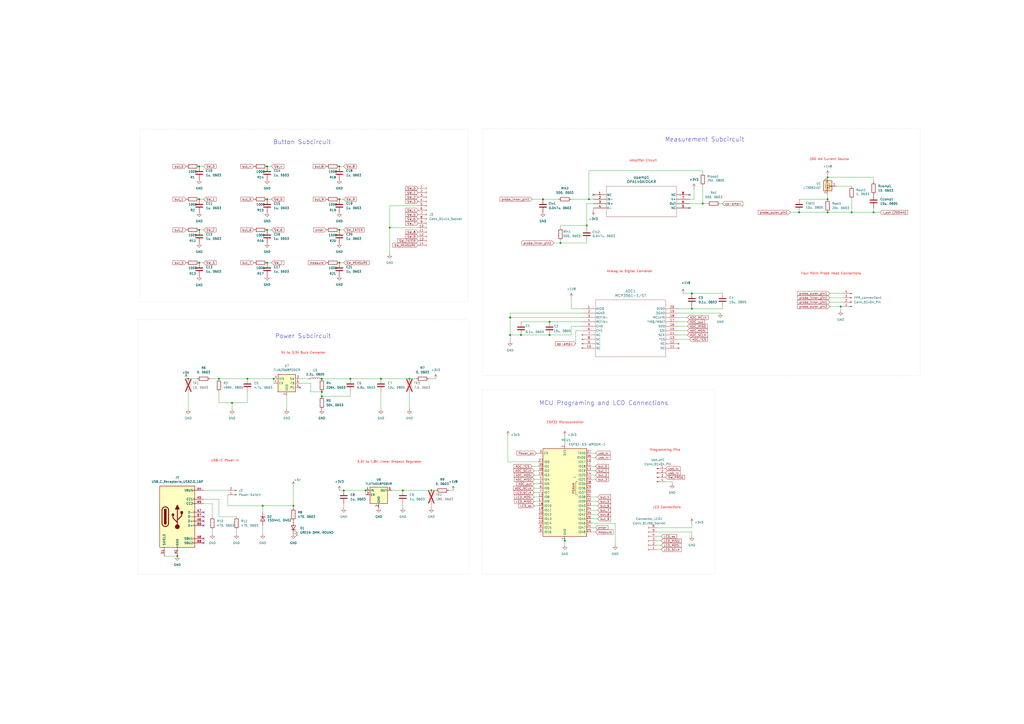
<source format=kicad_sch>
(kicad_sch (version 20231120) (generator "eeschema") (generator_version "8.0")
  (paper "A2")
  (lib_symbols
    (symbol "Connector:Conn_01x02_Pin" (pin_names (offset 1.016) hide)
      (property "Reference" "J" (at 0 2.54 0))
      (property "Value" "Conn_01x02_Pin" (at 0 -5.08 0))
      (symbol "Conn_01x02_Pin_1_1"
        (pin passive line (at 5.08 0 180) (length 3.81) (name "Pin_1") (number "1"))
        (pin passive line (at 5.08 -2.54 180) (length 3.81) (name "Pin_2") (number "2"))
      )
    )
    (symbol "Connector:Conn_01x04_Pin" (pin_names (offset 1.016) hide)
      (property "Reference" "J" (at 0 5.08 0))
      (property "Value" "Conn_01x04_Pin" (at 0 -7.62 0))
      (symbol "Conn_01x04_Pin_1_1"
        (pin passive line (at 5.08 2.54 180) (length 3.81) (name "Pin_1") (number "1"))
        (pin passive line (at 5.08 0 180) (length 3.81) (name "Pin_2") (number "2"))
        (pin passive line (at 5.08 -2.54 180) (length 3.81) (name "Pin_3") (number "3"))
        (pin passive line (at 5.08 -5.08 180) (length 3.81) (name "Pin_4") (number "4"))
      )
    )
    (symbol "Connector:Conn_01x06_Socket" (pin_names (offset 1.016) hide)
      (property "Reference" "J" (at 0 7.62 0))
      (property "Value" "Conn_01x06_Socket" (at 0 -10.16 0))
      (symbol "Conn_01x06_Socket_1_1"
        (pin passive line (at -5.08 5.08 0) (length 3.81) (name "Pin_1") (number "1"))
        (pin passive line (at -5.08 2.54 0) (length 3.81) (name "Pin_2") (number "2"))
        (pin passive line (at -5.08 0 0) (length 3.81) (name "Pin_3") (number "3"))
        (pin passive line (at -5.08 -2.54 0) (length 3.81) (name "Pin_4") (number "4"))
        (pin passive line (at -5.08 -5.08 0) (length 3.81) (name "Pin_5") (number "5"))
        (pin passive line (at -5.08 -7.62 0) (length 3.81) (name "Pin_6") (number "6"))
      )
    )
    (symbol "Connector:Conn_01x14_Socket" (pin_names (offset 1.016) hide)
      (property "Reference" "J" (at 0 17.78 0))
      (property "Value" "Conn_01x14_Socket" (at 0 -20.32 0))
      (symbol "Conn_01x14_Socket_1_1"
        (pin passive line (at -5.08 15.24 0) (length 3.81) (name "Pin_1") (number "1"))
        (pin passive line (at -5.08 -7.62 0) (length 3.81) (name "Pin_10") (number "10"))
        (pin passive line (at -5.08 -10.16 0) (length 3.81) (name "Pin_11") (number "11"))
        (pin passive line (at -5.08 -12.7 0) (length 3.81) (name "Pin_12") (number "12"))
        (pin passive line (at -5.08 -15.24 0) (length 3.81) (name "Pin_13") (number "13"))
        (pin passive line (at -5.08 -17.78 0) (length 3.81) (name "Pin_14") (number "14"))
        (pin passive line (at -5.08 12.7 0) (length 3.81) (name "Pin_2") (number "2"))
        (pin passive line (at -5.08 10.16 0) (length 3.81) (name "Pin_3") (number "3"))
        (pin passive line (at -5.08 7.62 0) (length 3.81) (name "Pin_4") (number "4"))
        (pin passive line (at -5.08 5.08 0) (length 3.81) (name "Pin_5") (number "5"))
        (pin passive line (at -5.08 2.54 0) (length 3.81) (name "Pin_6") (number "6"))
        (pin passive line (at -5.08 0 0) (length 3.81) (name "Pin_7") (number "7"))
        (pin passive line (at -5.08 -2.54 0) (length 3.81) (name "Pin_8") (number "8"))
        (pin passive line (at -5.08 -5.08 0) (length 3.81) (name "Pin_9") (number "9"))
      )
    )
    (symbol "Connector:USB_C_Receptacle_USB2.0_16P" (pin_names (offset 1.016))
      (property "Reference" "J" (at 0 22.225 0))
      (property "Value" "USB_C_Receptacle_USB2.0_16P" (at 0 19.685 0))
      (symbol "USB_C_Receptacle_USB2.0_16P_1_1"
        (pin passive line (at 0 -22.86 90) (length 5.08) (name "GND") (number "A1"))
        (pin passive line (at 0 -22.86 90) (length 5.08) hide (name "GND") (number "A12"))
        (pin passive line (at 15.24 15.24 180) (length 5.08) (name "VBUS") (number "A4"))
        (pin bidirectional line (at 15.24 10.16 180) (length 5.08) (name "CC1") (number "A5"))
        (pin bidirectional line (at 15.24 -2.54 180) (length 5.08) (name "D+") (number "A6"))
        (pin bidirectional line (at 15.24 2.54 180) (length 5.08) (name "D-") (number "A7"))
        (pin bidirectional line (at 15.24 -12.7 180) (length 5.08) (name "SBU1") (number "A8"))
        (pin passive line (at 15.24 15.24 180) (length 5.08) hide (name "VBUS") (number "A9"))
        (pin passive line (at 0 -22.86 90) (length 5.08) hide (name "GND") (number "B1"))
        (pin passive line (at 0 -22.86 90) (length 5.08) hide (name "GND") (number "B12"))
        (pin passive line (at 15.24 15.24 180) (length 5.08) hide (name "VBUS") (number "B4"))
        (pin bidirectional line (at 15.24 7.62 180) (length 5.08) (name "CC2") (number "B5"))
        (pin bidirectional line (at 15.24 -5.08 180) (length 5.08) (name "D+") (number "B6"))
        (pin bidirectional line (at 15.24 0 180) (length 5.08) (name "D-") (number "B7"))
        (pin bidirectional line (at 15.24 -15.24 180) (length 5.08) (name "SBU2") (number "B8"))
        (pin passive line (at 15.24 15.24 180) (length 5.08) hide (name "VBUS") (number "B9"))
        (pin passive line (at -7.62 -22.86 90) (length 5.08) (name "SHIELD") (number "S1"))
      )
    )
    (symbol "Device:C" (pin_numbers hide) (pin_names (offset 0.254))
      (property "Reference" "C" (at 0.635 2.54 0))
      (property "Value" "C" (at 0.635 -2.54 0))
      (symbol "C_1_1"
        (pin passive line (at 0 3.81 270) (length 2.794) (name "~") (number "1"))
        (pin passive line (at 0 -3.81 90) (length 2.794) (name "~") (number "2"))
      )
    )
    (symbol "Device:D_Zener" (pin_numbers hide) (pin_names (offset 1.016) hide)
      (property "Reference" "D" (at 0 2.54 0))
      (property "Value" "D_Zener" (at 0 -2.54 0))
      (symbol "D_Zener_1_1"
        (pin passive line (at -3.81 0 0) (length 2.54) (name "K") (number "1"))
        (pin passive line (at 3.81 0 180) (length 2.54) (name "A") (number "2"))
      )
    )
    (symbol "Device:L" (pin_numbers hide) (pin_names (offset 1.016) hide)
      (property "Reference" "L" (at -1.27 0 90))
      (property "Value" "L" (at 1.905 0 90))
      (symbol "L_1_1"
        (pin passive line (at 0 3.81 270) (length 1.27) (name "1") (number "1"))
        (pin passive line (at 0 -3.81 90) (length 1.27) (name "2") (number "2"))
      )
    )
    (symbol "Device:LED" (pin_numbers hide) (pin_names (offset 1.016) hide)
      (property "Reference" "D" (at 0 2.54 0))
      (property "Value" "LED" (at 0 -2.54 0))
      (symbol "LED_1_1"
        (pin passive line (at -3.81 0 0) (length 2.54) (name "K") (number "1"))
        (pin passive line (at 3.81 0 180) (length 2.54) (name "A") (number "2"))
      )
    )
    (symbol "Device:R" (pin_numbers hide) (pin_names (offset 0))
      (property "Reference" "R" (at 2.032 0 90))
      (property "Value" "R" (at 0 0 90))
      (symbol "R_1_1"
        (pin passive line (at 0 3.81 270) (length 1.27) (name "~") (number "1"))
        (pin passive line (at 0 -3.81 90) (length 1.27) (name "~") (number "2"))
      )
    )
    (symbol "RF_Module:ESP32-S3-WROOM-1"
      (property "Reference" "U" (at -12.7 26.67 0))
      (property "Value" "ESP32-S3-WROOM-1" (at 12.7 26.67 0))
      (symbol "ESP32-S3-WROOM-1_0_0"
        (text "PSRAM" (at 5.08 2.54 900) (effects (font (size 1.27 1.27))))
      )
      (symbol "ESP32-S3-WROOM-1_1_1"
        (pin power_in line (at 0 -27.94 90) (length 2.54) (name "GND") (number "1"))
        (pin bidirectional line (at 15.24 17.78 180) (length 2.54) (name "IO17") (number "10"))
        (pin bidirectional line (at 15.24 15.24 180) (length 2.54) (name "IO18") (number "11"))
        (pin bidirectional line (at -15.24 -2.54 0) (length 2.54) (name "IO8") (number "12"))
        (pin bidirectional line (at 15.24 12.7 180) (length 2.54) (name "IO19") (number "13"))
        (pin bidirectional line (at 15.24 10.16 180) (length 2.54) (name "IO20") (number "14"))
        (pin bidirectional line (at -15.24 10.16 0) (length 2.54) (name "IO3") (number "15"))
        (pin bidirectional line (at 15.24 -17.78 180) (length 2.54) (name "IO46") (number "16"))
        (pin bidirectional line (at -15.24 -5.08 0) (length 2.54) (name "IO9") (number "17"))
        (pin bidirectional line (at -15.24 -7.62 0) (length 2.54) (name "IO10") (number "18"))
        (pin bidirectional line (at -15.24 -10.16 0) (length 2.54) (name "IO11") (number "19"))
        (pin power_in line (at 0 27.94 270) (length 2.54) (name "3V3") (number "2"))
        (pin bidirectional line (at -15.24 -12.7 0) (length 2.54) (name "IO12") (number "20"))
        (pin bidirectional line (at -15.24 -15.24 0) (length 2.54) (name "IO13") (number "21"))
        (pin bidirectional line (at -15.24 -17.78 0) (length 2.54) (name "IO14") (number "22"))
        (pin bidirectional line (at 15.24 7.62 180) (length 2.54) (name "IO21") (number "23"))
        (pin bidirectional line (at 15.24 -20.32 180) (length 2.54) (name "IO47") (number "24"))
        (pin bidirectional line (at 15.24 -22.86 180) (length 2.54) (name "IO48") (number "25"))
        (pin bidirectional line (at 15.24 -15.24 180) (length 2.54) (name "IO45") (number "26"))
        (pin bidirectional line (at -15.24 17.78 0) (length 2.54) (name "IO0") (number "27"))
        (pin bidirectional line (at 15.24 5.08 180) (length 2.54) (name "IO35") (number "28"))
        (pin bidirectional line (at 15.24 2.54 180) (length 2.54) (name "IO36") (number "29"))
        (pin input line (at -15.24 22.86 0) (length 2.54) (name "EN") (number "3"))
        (pin bidirectional line (at 15.24 0 180) (length 2.54) (name "IO37") (number "30"))
        (pin bidirectional line (at 15.24 -2.54 180) (length 2.54) (name "IO38") (number "31"))
        (pin bidirectional line (at 15.24 -5.08 180) (length 2.54) (name "IO39") (number "32"))
        (pin bidirectional line (at 15.24 -7.62 180) (length 2.54) (name "IO40") (number "33"))
        (pin bidirectional line (at 15.24 -10.16 180) (length 2.54) (name "IO41") (number "34"))
        (pin bidirectional line (at 15.24 -12.7 180) (length 2.54) (name "IO42") (number "35"))
        (pin bidirectional line (at 15.24 20.32 180) (length 2.54) (name "RXD0") (number "36"))
        (pin bidirectional line (at 15.24 22.86 180) (length 2.54) (name "TXD0") (number "37"))
        (pin bidirectional line (at -15.24 12.7 0) (length 2.54) (name "IO2") (number "38"))
        (pin bidirectional line (at -15.24 15.24 0) (length 2.54) (name "IO1") (number "39"))
        (pin bidirectional line (at -15.24 7.62 0) (length 2.54) (name "IO4") (number "4"))
        (pin passive line (at 0 -27.94 90) (length 2.54) hide (name "GND") (number "40"))
        (pin passive line (at 0 -27.94 90) (length 2.54) hide (name "GND") (number "41"))
        (pin bidirectional line (at -15.24 5.08 0) (length 2.54) (name "IO5") (number "5"))
        (pin bidirectional line (at -15.24 2.54 0) (length 2.54) (name "IO6") (number "6"))
        (pin bidirectional line (at -15.24 0 0) (length 2.54) (name "IO7") (number "7"))
        (pin bidirectional line (at -15.24 -20.32 0) (length 2.54) (name "IO15") (number "8"))
        (pin bidirectional line (at -15.24 -22.86 0) (length 2.54) (name "IO16") (number "9"))
      )
    )
    (symbol "Reference_Current:LT3092xST"
      (property "Reference" "U" (at 0.635 6.35 0))
      (property "Value" "LT3092xST" (at 0.635 4.445 0))
      (symbol "LT3092xST_1_1"
        (pin passive line (at 5.08 0 180) (length 2.54) (name "~") (number "1"))
        (pin passive line (at 0 -5.08 90) (length 2.54) (name "~") (number "2"))
        (pin passive line (at 0 5.08 270) (length 2.54) (name "~") (number "3"))
      )
    )
    (symbol "Regulator_Linear:TLV70012_SOT23-5" (pin_names (offset 0.254))
      (property "Reference" "U" (at -3.81 5.715 0))
      (property "Value" "TLV70012_SOT23-5" (at 0 5.715 0))
      (symbol "TLV70012_SOT23-5_1_1"
        (pin power_in line (at -7.62 2.54 0) (length 2.54) (name "IN") (number "1"))
        (pin power_in line (at 0 -7.62 90) (length 2.54) (name "GND") (number "2"))
        (pin input line (at -7.62 0 0) (length 2.54) (name "EN") (number "3"))
        (pin no_connect line (at 5.08 0 180) (length 2.54) hide (name "NC") (number "4"))
        (pin power_out line (at 7.62 2.54 180) (length 2.54) (name "OUT") (number "5"))
      )
    )
    (symbol "Regulator_Switching:TLV62568DDC"
      (property "Reference" "U" (at -5.08 6.35 0))
      (property "Value" "TLV62568DDC" (at 0 6.35 0))
      (symbol "TLV62568DDC_1_1"
        (pin input line (at -7.62 0 0) (length 2.54) (name "EN") (number "1"))
        (pin power_in line (at 0 -7.62 90) (length 2.54) (name "GND") (number "2"))
        (pin power_out line (at 7.62 2.54 180) (length 2.54) (name "SW") (number "3"))
        (pin power_in line (at -7.62 2.54 0) (length 2.54) (name "VIN") (number "4"))
        (pin open_collector line (at 7.62 -2.54 180) (length 2.54) (name "PG") (number "5"))
        (pin input line (at 7.62 0 180) (length 2.54) (name "FB") (number "6"))
      )
    )
    (symbol "local_lib:MCP3561-E_ST" (pin_names (offset 0.254))
      (property "Reference" "U" (at 27.94 10.16 0))
      (property "Value" "MCP3561-E/ST" (at 27.94 7.62 0))
      (symbol "MCP3561-E_ST_0_1"
        (pin power_in line (at 0 0 0) (length 7.62) (name "AVDD") (number "1"))
        (pin no_connect line (at 0 -22.86 0) (length 7.62) (name "NC") (number "10"))
        (pin no_connect line (at 55.88 -22.86 180) (length 7.62) (name "NC") (number "11"))
        (pin no_connect line (at 55.88 -20.32 180) (length 7.62) (name "NC") (number "12"))
        (pin input line (at 55.88 -17.78 180) (length 7.62) (name "*CS") (number "13"))
        (pin input line (at 55.88 -15.24 180) (length 7.62) (name "SCK") (number "14"))
        (pin input line (at 55.88 -12.7 180) (length 7.62) (name "SDI") (number "15"))
        (pin output line (at 55.88 -10.16 180) (length 7.62) (name "SDO") (number "16"))
        (pin output line (at 55.88 -7.62 180) (length 7.62) (name "*IRQ/MDAT") (number "17"))
        (pin bidirectional line (at 55.88 -5.08 180) (length 7.62) (name "MCLKIN") (number "18"))
        (pin power_out line (at 55.88 -2.54 180) (length 7.62) (name "DGND") (number "19"))
        (pin power_out line (at 0 -2.54 0) (length 7.62) (name "AGND") (number "2"))
        (pin power_in line (at 55.88 0 180) (length 7.62) (name "DVDD") (number "20"))
        (pin input line (at 0 -5.08 0) (length 7.62) (name "REFIN-") (number "3"))
        (pin input line (at 0 -7.62 0) (length 7.62) (name "REFIN+") (number "4"))
        (pin input line (at 0 -10.16 0) (length 7.62) (name "CH0") (number "5"))
        (pin input line (at 0 -12.7 0) (length 7.62) (name "CH1") (number "6"))
        (pin no_connect line (at 0 -15.24 0) (length 7.62) (name "NC") (number "7"))
        (pin no_connect line (at 0 -17.78 0) (length 7.62) (name "NC") (number "8"))
        (pin no_connect line (at 0 -20.32 0) (length 7.62) (name "NC") (number "9"))
      )
    )
    (symbol "local_lib:OPA140AIDGKR" (pin_names (offset 0.254))
      (property "Reference" "U" (at 27.94 10.16 0))
      (property "Value" "OPA140AIDGKR" (at 27.94 7.62 0))
      (symbol "OPA140AIDGKR_0_1"
        (pin unspecified line (at 0 0 0) (length 7.62) (name "NC") (number "1"))
        (pin input line (at 0 -2.54 0) (length 7.62) (name "IN-") (number "2"))
        (pin input line (at 0 -5.08 0) (length 7.62) (name "IN+") (number "3"))
        (pin power_in line (at 0 -7.62 0) (length 7.62) (name "V-") (number "4"))
        (pin unspecified line (at 55.88 -7.62 180) (length 7.62) (name "NC") (number "5"))
        (pin output line (at 55.88 -5.08 180) (length 7.62) (name "OUT") (number "6"))
        (pin power_in line (at 55.88 -2.54 180) (length 7.62) (name "V+") (number "7"))
        (pin unspecified line (at 55.88 0 180) (length 7.62) (name "NC") (number "8"))
      )
    )
    (symbol "power:+5V" (power) (pin_numbers hide) (pin_names (offset 0) hide)
      (property "Value" "+5V" (at 0 3.556 0))
      (symbol "+5V_1_1"
        (pin power_in line (at 0 0 90) (length 0) (name "~") (number "1"))
      )
    )
    (symbol "power:GND" (power) (pin_numbers hide) (pin_names (offset 0) hide)
      (property "Value" "GND" (at 0 -3.81 0))
      (symbol "GND_1_1"
        (pin power_in line (at 0 0 270) (length 0) (name "~") (number "1"))
      )
    )
    (symbol "power:VDD" (power) (pin_numbers hide) (pin_names (offset 0) hide)
      (property "Value" "VDD" (at 0 3.556 0))
      (symbol "VDD_1_1"
        (pin power_in line (at 0 0 90) (length 0) (name "~") (number "1"))
      )
    )
  )
  (junction (at 170.18 293.37))
  (junction (at 401.32 179.07))
  (junction (at 494.03 123.19))
  (junction (at 154.94 133.35))
  (junction (at 158.75 219.71))
  (junction (at 154.94 96.52))
  (junction (at 115.57 152.4))
  (junction (at 196.85 133.35))
  (junction (at 506.73 123.19))
  (junction (at 250.19 284.48))
  (junction (at 196.85 96.52))
  (junction (at 341.63 115.57))
  (junction (at 152.4 293.37))
  (junction (at 196.85 115.57))
  (junction (at 203.2 219.71))
  (junction (at 154.94 115.57))
  (junction (at 154.94 152.4))
  (junction (at 109.22 219.71))
  (junction (at 127 219.71))
  (junction (at 480.06 115.57))
  (junction (at 302.26 194.31))
  (junction (at 327.66 313.69))
  (junction (at 401.32 170.18))
  (junction (at 318.77 194.31))
  (junction (at 199.39 284.48))
  (junction (at 115.57 115.57))
  (junction (at 143.51 219.71))
  (junction (at 480.06 102.87))
  (junction (at 186.69 229.87))
  (junction (at 102.87 322.58))
  (junction (at 226.06 132.08))
  (junction (at 196.85 152.4))
  (junction (at 487.68 177.8))
  (junction (at 237.49 219.71))
  (junction (at 233.68 284.48))
  (junction (at 325.12 140.97))
  (junction (at 314.96 115.57))
  (junction (at 463.55 123.19))
  (junction (at 480.06 123.19))
  (junction (at 407.67 118.11))
  (junction (at 295.91 194.31))
  (junction (at 115.57 133.35))
  (junction (at 134.62 233.68))
  (junction (at 340.36 130.81))
  (junction (at 220.98 219.71))
  (junction (at 186.69 227.33))
  (junction (at 295.91 184.15))
  (junction (at 318.77 186.69))
  (junction (at 186.69 219.71))
  (junction (at 115.57 96.52))
  (junction (at 212.09 284.48))
  (no_connect (at 118.11 297.18))
  (no_connect (at 344.17 113.03))
  (no_connect (at 118.11 302.26))
  (no_connect (at 118.11 304.8))
  (no_connect (at 118.11 299.72))
  (no_connect (at 400.05 113.03))
  (no_connect (at 173.99 224.79))
  (no_connect (at 118.11 312.42))
  (no_connect (at 400.05 120.65))
  (no_connect (at 118.11 314.96))
  (wire (pts (xy 407.67 107.95) (xy 407.67 118.11)))
  (wire (pts (xy 393.7 184.15) (xy 398.78 184.15)))
  (wire (pts (xy 154.94 133.35) (xy 157.48 133.35)))
  (wire (pts (xy 327.66 252.73) (xy 327.66 257.81)))
  (wire (pts (xy 342.9 262.89) (xy 345.44 262.89)))
  (wire (pts (xy 109.22 219.71) (xy 114.3 219.71)))
  (wire (pts (xy 199.39 115.57) (xy 196.85 115.57)))
  (wire (pts (xy 389.89 280.67) (xy 389.89 279.4)))
  (wire (pts (xy 132.08 287.02) (xy 132.08 293.37)))
  (wire (pts (xy 345.44 273.05) (xy 342.9 273.05)))
  (wire (pts (xy 127 219.71) (xy 143.51 219.71)))
  (wire (pts (xy 134.62 233.68) (xy 143.51 233.68)))
  (wire (pts (xy 356.87 316.23) (xy 356.87 303.53)))
  (wire (pts (xy 220.98 227.33) (xy 220.98 237.49)))
  (wire (pts (xy 308.61 270.51) (xy 312.42 270.51)))
  (wire (pts (xy 400.05 115.57) (xy 402.59 115.57)))
  (wire (pts (xy 309.88 283.21) (xy 312.42 283.21)))
  (wire (pts (xy 158.75 219.71) (xy 158.75 222.25)))
  (wire (pts (xy 458.47 123.19) (xy 463.55 123.19)))
  (wire (pts (xy 393.7 191.77) (xy 398.78 191.77)))
  (wire (pts (xy 203.2 227.33) (xy 203.2 229.87)))
  (wire (pts (xy 401.32 306.07) (xy 401.32 303.53)))
  (wire (pts (xy 393.7 186.69) (xy 398.78 186.69)))
  (wire (pts (xy 389.89 279.4) (xy 386.08 279.4)))
  (wire (pts (xy 143.51 227.33) (xy 143.51 233.68)))
  (wire (pts (xy 154.94 152.4) (xy 157.48 152.4)))
  (wire (pts (xy 337.82 181.61) (xy 295.91 181.61)))
  (wire (pts (xy 248.92 219.71) (xy 252.73 219.71)))
  (wire (pts (xy 341.63 99.06) (xy 341.63 115.57)))
  (wire (pts (xy 250.19 284.48) (xy 252.73 284.48)))
  (wire (pts (xy 481.33 170.18) (xy 488.95 170.18)))
  (wire (pts (xy 309.88 273.05) (xy 312.42 273.05)))
  (polyline (pts (xy 332.74 276.86) (xy 334.01 276.86)))
  (wire (pts (xy 118.11 115.57) (xy 115.57 115.57)))
  (wire (pts (xy 342.9 300.99) (xy 346.71 300.99)))
  (wire (pts (xy 302.26 194.31) (xy 318.77 194.31)))
  (wire (pts (xy 199.39 96.52) (xy 196.85 96.52)))
  (wire (pts (xy 309.88 285.75) (xy 312.42 285.75)))
  (wire (pts (xy 327.66 313.69) (xy 327.66 311.15)))
  (wire (pts (xy 342.9 290.83) (xy 346.71 290.83)))
  (wire (pts (xy 342.9 288.29) (xy 346.71 288.29)))
  (wire (pts (xy 309.88 278.13) (xy 312.42 278.13)))
  (wire (pts (xy 381 316.23) (xy 383.54 316.23)))
  (wire (pts (xy 314.96 115.57) (xy 323.85 115.57)))
  (wire (pts (xy 118.11 133.35) (xy 115.57 133.35)))
  (wire (pts (xy 342.9 295.91) (xy 346.71 295.91)))
  (wire (pts (xy 237.49 227.33) (xy 237.49 237.49)))
  (wire (pts (xy 309.88 280.67) (xy 312.42 280.67)))
  (wire (pts (xy 325.12 139.7) (xy 325.12 140.97)))
  (wire (pts (xy 250.19 292.1) (xy 250.19 294.64)))
  (wire (pts (xy 143.51 219.71) (xy 158.75 219.71)))
  (wire (pts (xy 118.11 284.48) (xy 132.08 284.48)))
  (wire (pts (xy 463.55 123.19) (xy 480.06 123.19)))
  (wire (pts (xy 480.06 101.6) (xy 480.06 102.87)))
  (wire (pts (xy 121.92 219.71) (xy 127 219.71)))
  (wire (pts (xy 487.68 177.8) (xy 487.68 180.34)))
  (wire (pts (xy 401.32 179.07) (xy 401.32 177.8)))
  (wire (pts (xy 260.35 284.48) (xy 262.89 284.48)))
  (wire (pts (xy 242.57 119.38) (xy 226.06 119.38)))
  (wire (pts (xy 321.31 140.97) (xy 325.12 140.97)))
  (wire (pts (xy 334.01 191.77) (xy 334.01 199.39)))
  (wire (pts (xy 186.69 219.71) (xy 203.2 219.71)))
  (wire (pts (xy 294.64 252.73) (xy 294.64 267.97)))
  (wire (pts (xy 345.44 308.61) (xy 342.9 308.61)))
  (wire (pts (xy 345.44 306.07) (xy 342.9 306.07)))
  (wire (pts (xy 325.12 130.81) (xy 340.36 130.81)))
  (wire (pts (xy 127 233.68) (xy 134.62 233.68)))
  (wire (pts (xy 419.1 179.07) (xy 419.1 177.8)))
  (wire (pts (xy 402.59 109.22) (xy 402.59 115.57)))
  (wire (pts (xy 396.24 170.18) (xy 401.32 170.18)))
  (wire (pts (xy 506.73 123.19) (xy 506.73 120.65)))
  (wire (pts (xy 340.36 118.11) (xy 344.17 118.11)))
  (wire (pts (xy 157.48 115.57) (xy 154.94 115.57)))
  (wire (pts (xy 494.03 123.19) (xy 480.06 123.19)))
  (wire (pts (xy 309.88 288.29) (xy 312.42 288.29)))
  (wire (pts (xy 494.03 115.57) (xy 494.03 123.19)))
  (wire (pts (xy 166.37 229.87) (xy 166.37 237.49)))
  (wire (pts (xy 340.36 140.97) (xy 340.36 139.7)))
  (wire (pts (xy 309.88 290.83) (xy 312.42 290.83)))
  (wire (pts (xy 203.2 219.71) (xy 220.98 219.71)))
  (wire (pts (xy 381 311.15) (xy 383.54 311.15)))
  (wire (pts (xy 407.67 118.11) (xy 410.21 118.11)))
  (wire (pts (xy 345.44 278.13) (xy 342.9 278.13)))
  (wire (pts (xy 331.47 189.23) (xy 337.82 189.23)))
  (wire (pts (xy 481.33 175.26) (xy 488.95 175.26)))
  (wire (pts (xy 186.69 229.87) (xy 203.2 229.87)))
  (wire (pts (xy 309.88 293.37) (xy 312.42 293.37)))
  (wire (pts (xy 407.67 100.33) (xy 407.67 99.06)))
  (wire (pts (xy 342.9 265.43) (xy 345.44 265.43)))
  (wire (pts (xy 342.9 293.37) (xy 346.71 293.37)))
  (wire (pts (xy 342.9 298.45) (xy 346.71 298.45)))
  (wire (pts (xy 481.33 172.72) (xy 488.95 172.72)))
  (wire (pts (xy 407.67 99.06) (xy 341.63 99.06)))
  (wire (pts (xy 331.47 115.57) (xy 341.63 115.57)))
  (wire (pts (xy 95.25 322.58) (xy 102.87 322.58)))
  (wire (pts (xy 393.7 194.31) (xy 398.78 194.31)))
  (wire (pts (xy 127 289.56) (xy 127 299.72)))
  (wire (pts (xy 295.91 194.31) (xy 295.91 198.12)))
  (wire (pts (xy 401.32 179.07) (xy 419.1 179.07)))
  (wire (pts (xy 186.69 229.87) (xy 186.69 227.33)))
  (wire (pts (xy 302.26 186.69) (xy 318.77 186.69)))
  (wire (pts (xy 340.36 118.11) (xy 340.36 130.81)))
  (wire (pts (xy 118.11 152.4) (xy 115.57 152.4)))
  (wire (pts (xy 295.91 194.31) (xy 302.26 194.31)))
  (wire (pts (xy 118.11 292.1) (xy 123.19 292.1)))
  (wire (pts (xy 325.12 140.97) (xy 340.36 140.97)))
  (wire (pts (xy 233.68 284.48) (xy 250.19 284.48)))
  (wire (pts (xy 494.03 107.95) (xy 485.14 107.95)))
  (wire (pts (xy 226.06 119.38) (xy 226.06 132.08)))
  (wire (pts (xy 506.73 102.87) (xy 506.73 105.41)))
  (wire (pts (xy 356.87 303.53) (xy 342.9 303.53)))
  (wire (pts (xy 480.06 102.87) (xy 506.73 102.87)))
  (wire (pts (xy 295.91 181.61) (xy 295.91 184.15)))
  (wire (pts (xy 344.17 115.57) (xy 341.63 115.57)))
  (wire (pts (xy 233.68 292.1) (xy 233.68 294.64)))
  (wire (pts (xy 152.4 297.18) (xy 152.4 293.37)))
  (wire (pts (xy 318.77 194.31) (xy 331.47 194.31)))
  (wire (pts (xy 487.68 177.8) (xy 488.95 177.8)))
  (wire (pts (xy 123.19 292.1) (xy 123.19 299.72)))
  (wire (pts (xy 318.77 186.69) (xy 337.82 186.69)))
  (wire (pts (xy 226.06 132.08) (xy 226.06 147.32)))
  (wire (pts (xy 327.66 313.69) (xy 327.66 316.23)))
  (wire (pts (xy 170.18 281.94) (xy 170.18 293.37)))
  (wire (pts (xy 294.64 267.97) (xy 312.42 267.97)))
  (wire (pts (xy 393.7 189.23) (xy 398.78 189.23)))
  (wire (pts (xy 494.03 123.19) (xy 506.73 123.19)))
  (wire (pts (xy 401.32 170.18) (xy 419.1 170.18)))
  (wire (pts (xy 170.18 293.37) (xy 170.18 294.64)))
  (wire (pts (xy 199.39 152.4) (xy 196.85 152.4)))
  (wire (pts (xy 157.48 96.52) (xy 154.94 96.52)))
  (wire (pts (xy 123.19 307.34) (xy 123.19 309.88)))
  (wire (pts (xy 132.08 293.37) (xy 152.4 293.37)))
  (wire (pts (xy 311.15 262.89) (xy 312.42 262.89)))
  (wire (pts (xy 199.39 284.48) (xy 212.09 284.48)))
  (wire (pts (xy 325.12 132.08) (xy 325.12 130.81)))
  (wire (pts (xy 237.49 219.71) (xy 241.3 219.71)))
  (wire (pts (xy 152.4 304.8) (xy 152.4 309.88)))
  (wire (pts (xy 419.1 118.11) (xy 417.83 118.11)))
  (wire (pts (xy 308.61 115.57) (xy 314.96 115.57)))
  (wire (pts (xy 242.57 132.08) (xy 226.06 132.08)))
  (wire (pts (xy 340.36 130.81) (xy 340.36 132.08)))
  (wire (pts (xy 118.11 96.52) (xy 115.57 96.52)))
  (wire (pts (xy 196.85 284.48) (xy 199.39 284.48)))
  (wire (pts (xy 345.44 270.51) (xy 342.9 270.51)))
  (wire (pts (xy 401.32 311.15) (xy 401.32 308.61)))
  (wire (pts (xy 331.47 172.72) (xy 331.47 179.07)))
  (wire (pts (xy 331.47 189.23) (xy 331.47 194.31)))
  (wire (pts (xy 381 318.77) (xy 383.54 318.77)))
  (wire (pts (xy 212.09 284.48) (xy 212.09 287.02)))
  (wire (pts (xy 137.16 307.34) (xy 137.16 309.88)))
  (wire (pts (xy 400.05 118.11) (xy 407.67 118.11)))
  (wire (pts (xy 344.17 121.92) (xy 344.17 120.65)))
  (wire (pts (xy 180.34 227.33) (xy 186.69 227.33)))
  (wire (pts (xy 152.4 293.37) (xy 170.18 293.37)))
  (wire (pts (xy 463.55 115.57) (xy 480.06 115.57)))
  (wire (pts (xy 227.33 284.48) (xy 233.68 284.48)))
  (wire (pts (xy 107.95 219.71) (xy 109.22 219.71)))
  (wire (pts (xy 401.32 308.61) (xy 381 308.61)))
  (wire (pts (xy 393.7 181.61) (xy 417.83 181.61)))
  (wire (pts (xy 173.99 222.25) (xy 180.34 222.25)))
  (wire (pts (xy 393.7 196.85) (xy 400.05 196.85)))
  (wire (pts (xy 345.44 275.59) (xy 342.9 275.59)))
  (wire (pts (xy 331.47 179.07) (xy 337.82 179.07)))
  (wire (pts (xy 127 299.72) (xy 137.16 299.72)))
  (wire (pts (xy 196.85 133.35) (xy 199.39 133.35)))
  (wire (pts (xy 109.22 227.33) (xy 109.22 237.49)))
  (wire (pts (xy 393.7 179.07) (xy 401.32 179.07)))
  (wire (pts (xy 506.73 123.19) (xy 510.54 123.19)))
  (wire (pts (xy 295.91 184.15) (xy 295.91 194.31)))
  (wire (pts (xy 481.33 177.8) (xy 487.68 177.8)))
  (wire (pts (xy 180.34 222.25) (xy 180.34 227.33)))
  (wire (pts (xy 381 306.07) (xy 401.32 306.07)))
  (wire (pts (xy 127 227.33) (xy 127 233.68)))
  (wire (pts (xy 220.98 219.71) (xy 237.49 219.71)))
  (wire (pts (xy 134.62 233.68) (xy 134.62 237.49)))
  (wire (pts (xy 173.99 219.71) (xy 179.07 219.71)))
  (wire (pts (xy 118.11 289.56) (xy 127 289.56)))
  (wire (pts (xy 199.39 292.1) (xy 199.39 294.64)))
  (wire (pts (xy 295.91 184.15) (xy 337.82 184.15)))
  (wire (pts (xy 309.88 275.59) (xy 312.42 275.59)))
  (wire (pts (xy 334.01 191.77) (xy 337.82 191.77)))
  (wire (pts (xy 381 313.69) (xy 383.54 313.69)))
  (wire (pts (xy 480.06 115.57) (xy 480.06 113.03)))
  (rectangle (start 80.264 185.42) (end 271.78 332.994) (stroke (width 0.0762) (type dot)))
  (rectangle (start 279.654 226.06) (end 414.528 332.994) (stroke (width 0.0762) (type dot)))
  (rectangle (start 81.026 74.93) (end 271.526 175.006) (stroke (width 0.0762) (type dot)))
  (rectangle (start 279.908 74.676) (end 533.908 217.932) (stroke (width 0.0762) (type dot)))
  (text "LCD Connections" (at 386.842 294.386 0) (effects (font (size 1.27 1.27))))
  (text "Measurement Subcircuit" (at 408.686 81.026 0) (effects (font (size 2.54 2.54))))
  (text "Four Point Probe Head Connections" (at 482.092 158.75 0) (effects (font (size 1.27 1.27))))
  (text "USB-C Power In" (at 130.556 267.208 0) (effects (font (size 1.27 1.27))))
  (text "200 mA Current Source" (at 481.076 92.456 0) (effects (font (size 1.27 1.27))))
  (text "MCU Programing and LCD Connections" (at 350.266 233.934 0) (effects (font (size 2.54 2.54))))
  (text "Programming Pins" (at 385.826 261.112 0) (effects (font (size 1.27 1.27))))
  (text "Button Subcircuit" (at 175.26 82.55 0) (effects (font (size 2.54 2.54))))
  (text "Power Subcircuit" (at 175.768 195.072 0) (effects (font (size 2.54 2.54))))
  (text "5V to 3.3V Buck Converter" (at 176.022 204.724 0) (effects (font (size 1.27 1.27))))
  (text "3.3V to 1.8V Linear Dropout Regulator" (at 225.806 267.97 0) (effects (font (size 1.27 1.27))))
  (text "Analog to Digital Converter" (at 365.252 157.48 0) (effects (font (size 1.27 1.27))))
  (text "ESP32 Microcontroller" (at 327.914 245.11 0) (effects (font (size 1.27 1.27))))
  (text "Amplifier Circuit" (at 373.126 93.218 0) (effects (font (size 1.27 1.27))))
  (global_label "but_7" (shape input) (at 147.32 152.4 180) (property "Intersheetrefs" "${INTERSHEET_REFS}" (effects (hide yes))))
  (global_label "I_out (200mA)" (shape input) (at 510.54 123.19 0) (property "Intersheetrefs" "${INTERSHEET_REFS}" (effects (hide yes))))
  (global_label "ADC_MCLK" (shape input) (at 309.88 283.21 180) (property "Intersheetrefs" "${INTERSHEET_REFS}" (effects (hide yes))))
  (global_label "but_9" (shape input) (at 189.23 115.57 180) (property "Intersheetrefs" "${INTERSHEET_REFS}" (effects (hide yes))))
  (global_label "LCD_MOSI" (shape input) (at 383.54 316.23 0) (property "Intersheetrefs" "${INTERSHEET_REFS}" (effects (hide yes))))
  (global_label "SW_3" (shape input) (at 242.57 116.84 180) (property "Intersheetrefs" "${INTERSHEET_REFS}" (effects (hide yes))))
  (global_label "SW_0" (shape input) (at 118.11 96.52 0) (property "Intersheetrefs" "${INTERSHEET_REFS}" (effects (hide yes))))
  (global_label "SW_PROG" (shape input) (at 386.08 276.86 0) (property "Intersheetrefs" "${INTERSHEET_REFS}" (effects (hide yes))))
  (global_label "enter" (shape input) (at 189.23 133.35 180) (property "Intersheetrefs" "${INTERSHEET_REFS}" (effects (hide yes))))
  (global_label "SW_3" (shape input) (at 118.11 152.4 0) (property "Intersheetrefs" "${INTERSHEET_REFS}" (effects (hide yes))))
  (global_label "SW_2" (shape input) (at 242.57 114.3 180) (property "Intersheetrefs" "${INTERSHEET_REFS}" (effects (hide yes))))
  (global_label "ADC_MISO" (shape input) (at 398.78 189.23 0) (property "Intersheetrefs" "${INTERSHEET_REFS}" (effects (hide yes))))
  (global_label "SW_ENTER" (shape input) (at 199.39 133.35 0) (property "Intersheetrefs" "${INTERSHEET_REFS}" (effects (hide yes))))
  (global_label "SW_5" (shape input) (at 157.48 115.57 0) (property "Intersheetrefs" "${INTERSHEET_REFS}" (effects (hide yes))))
  (global_label "probe_inner_pin1" (shape input) (at 308.61 115.57 180) (property "Intersheetrefs" "${INTERSHEET_REFS}" (effects (hide yes))))
  (global_label "but_5" (shape input) (at 147.32 115.57 180) (property "Intersheetrefs" "${INTERSHEET_REFS}" (effects (hide yes))))
  (global_label "ADC_MCLK" (shape input) (at 398.78 184.15 0) (property "Intersheetrefs" "${INTERSHEET_REFS}" (effects (hide yes))))
  (global_label "SW_0" (shape input) (at 242.57 109.22 180) (property "Intersheetrefs" "${INTERSHEET_REFS}" (effects (hide yes))))
  (global_label "probe_outer_pin1" (shape input) (at 481.33 170.18 180) (property "Intersheetrefs" "${INTERSHEET_REFS}" (effects (hide yes))))
  (global_label "SW_MEASURE" (shape input) (at 199.39 152.4 0) (property "Intersheetrefs" "${INTERSHEET_REFS}" (effects (hide yes))))
  (global_label "but_2" (shape input) (at 107.95 133.35 180) (property "Intersheetrefs" "${INTERSHEET_REFS}" (effects (hide yes))))
  (global_label "but_1" (shape input) (at 107.95 115.57 180) (property "Intersheetrefs" "${INTERSHEET_REFS}" (effects (hide yes))))
  (global_label "but_0" (shape input) (at 345.44 270.51 0) (property "Intersheetrefs" "${INTERSHEET_REFS}" (effects (hide yes))))
  (global_label "but_5" (shape input) (at 346.71 290.83 0) (property "Intersheetrefs" "${INTERSHEET_REFS}" (effects (hide yes))))
  (global_label "SW_4" (shape input) (at 242.57 121.92 180) (property "Intersheetrefs" "${INTERSHEET_REFS}" (effects (hide yes))))
  (global_label "but_8" (shape input) (at 346.71 298.45 0) (property "Intersheetrefs" "${INTERSHEET_REFS}" (effects (hide yes))))
  (global_label "ADC_*CS" (shape input) (at 308.61 270.51 180) (property "Intersheetrefs" "${INTERSHEET_REFS}" (effects (hide yes))))
  (global_label "op-amp+" (shape input) (at 334.01 199.39 180) (property "Intersheetrefs" "${INTERSHEET_REFS}" (effects (hide yes))))
  (global_label "SW_6" (shape input) (at 242.57 127 180) (property "Intersheetrefs" "${INTERSHEET_REFS}" (effects (hide yes))))
  (global_label "but_6" (shape input) (at 147.32 133.35 180) (property "Intersheetrefs" "${INTERSHEET_REFS}" (effects (hide yes))))
  (global_label "LCD_MISO" (shape input) (at 383.54 313.69 0) (property "Intersheetrefs" "${INTERSHEET_REFS}" (effects (hide yes))))
  (global_label "ADC_SCLK" (shape input) (at 398.78 194.31 0) (property "Intersheetrefs" "${INTERSHEET_REFS}" (effects (hide yes))))
  (global_label "SW_8" (shape input) (at 199.39 96.52 0) (property "Intersheetrefs" "${INTERSHEET_REFS}" (effects (hide yes))))
  (global_label "op-amp+" (shape input) (at 419.1 118.11 0) (property "Intersheetrefs" "${INTERSHEET_REFS}" (effects (hide yes))))
  (global_label "LCD_ss" (shape input) (at 309.88 293.37 180) (property "Intersheetrefs" "${INTERSHEET_REFS}" (effects (hide yes))))
  (global_label "but_3" (shape input) (at 345.44 278.13 0) (property "Intersheetrefs" "${INTERSHEET_REFS}" (effects (hide yes))))
  (global_label "probe_inner_pin1" (shape input) (at 481.33 172.72 180) (property "Intersheetrefs" "${INTERSHEET_REFS}" (effects (hide yes))))
  (global_label "probe_inner_pin2" (shape input) (at 321.31 140.97 180) (property "Intersheetrefs" "${INTERSHEET_REFS}" (effects (hide yes))))
  (global_label "but_3" (shape input) (at 107.95 152.4 180) (property "Intersheetrefs" "${INTERSHEET_REFS}" (effects (hide yes))))
  (global_label "but_8" (shape input) (at 189.23 96.52 180) (property "Intersheetrefs" "${INTERSHEET_REFS}" (effects (hide yes))))
  (global_label "ADC_*CS" (shape input) (at 400.05 196.85 0) (property "Intersheetrefs" "${INTERSHEET_REFS}" (effects (hide yes))))
  (global_label "but_7" (shape input) (at 346.71 295.91 0) (property "Intersheetrefs" "${INTERSHEET_REFS}" (effects (hide yes))))
  (global_label "SW_ENTER" (shape input) (at 242.57 139.7 180) (property "Intersheetrefs" "${INTERSHEET_REFS}" (effects (hide yes))))
  (global_label "SW_1" (shape input) (at 118.11 115.57 0) (property "Intersheetrefs" "${INTERSHEET_REFS}" (effects (hide yes))))
  (global_label "Power_on" (shape input) (at 311.15 262.89 180) (property "Intersheetrefs" "${INTERSHEET_REFS}" (effects (hide yes))))
  (global_label "SW_7" (shape input) (at 242.57 129.54 180) (property "Intersheetrefs" "${INTERSHEET_REFS}" (effects (hide yes))))
  (global_label "SW_4" (shape input) (at 157.48 96.52 0) (property "Intersheetrefs" "${INTERSHEET_REFS}" (effects (hide yes))))
  (global_label "SW_1" (shape input) (at 242.57 111.76 180) (property "Intersheetrefs" "${INTERSHEET_REFS}" (effects (hide yes))))
  (global_label "LCD_MOSI" (shape input) (at 309.88 288.29 180) (property "Intersheetrefs" "${INTERSHEET_REFS}" (effects (hide yes))))
  (global_label "measure" (shape input) (at 345.44 308.61 0) (property "Intersheetrefs" "${INTERSHEET_REFS}" (effects (hide yes))))
  (global_label "ADC_SCLK" (shape input) (at 309.88 273.05 180) (property "Intersheetrefs" "${INTERSHEET_REFS}" (effects (hide yes))))
  (global_label "ADC_MOSI" (shape input) (at 309.88 275.59 180) (property "Intersheetrefs" "${INTERSHEET_REFS}" (effects (hide yes))))
  (global_label "but_4" (shape input) (at 346.71 288.29 0) (property "Intersheetrefs" "${INTERSHEET_REFS}" (effects (hide yes))))
  (global_label "LCD_SCLK" (shape input) (at 309.88 285.75 180) (property "Intersheetrefs" "${INTERSHEET_REFS}" (effects (hide yes))))
  (global_label "SW_2" (shape input) (at 118.11 133.35 0) (property "Intersheetrefs" "${INTERSHEET_REFS}" (effects (hide yes))))
  (global_label "usb_rx" (shape input) (at 386.08 274.32 0) (property "Intersheetrefs" "${INTERSHEET_REFS}" (effects (hide yes))))
  (global_label "ADC_MOSI" (shape input) (at 398.78 191.77 0) (property "Intersheetrefs" "${INTERSHEET_REFS}" (effects (hide yes))))
  (global_label "LCD_SCLK" (shape input) (at 383.54 318.77 0) (property "Intersheetrefs" "${INTERSHEET_REFS}" (effects (hide yes))))
  (global_label "but_4" (shape input) (at 147.32 96.52 180) (property "Intersheetrefs" "${INTERSHEET_REFS}" (effects (hide yes))))
  (global_label "SW_9" (shape input) (at 199.39 115.57 0) (property "Intersheetrefs" "${INTERSHEET_REFS}" (effects (hide yes))))
  (global_label "SW_MEASURE" (shape input) (at 242.57 142.24 180) (property "Intersheetrefs" "${INTERSHEET_REFS}" (effects (hide yes))))
  (global_label "LCD_ss" (shape input) (at 383.54 311.15 0) (property "Intersheetrefs" "${INTERSHEET_REFS}" (effects (hide yes))))
  (global_label "ADC_out" (shape input) (at 309.88 280.67 180) (property "Intersheetrefs" "${INTERSHEET_REFS}" (effects (hide yes))))
  (global_label "usb_rx" (shape input) (at 345.44 265.43 0) (property "Intersheetrefs" "${INTERSHEET_REFS}" (effects (hide yes))))
  (global_label "SW_8" (shape input) (at 242.57 134.62 180) (property "Intersheetrefs" "${INTERSHEET_REFS}" (effects (hide yes))))
  (global_label "usb_tx" (shape input) (at 345.44 262.89 0) (property "Intersheetrefs" "${INTERSHEET_REFS}" (effects (hide yes))))
  (global_label "but_6" (shape input) (at 346.71 293.37 0) (property "Intersheetrefs" "${INTERSHEET_REFS}" (effects (hide yes))))
  (global_label "ADC_out" (shape input) (at 398.78 186.69 0) (property "Intersheetrefs" "${INTERSHEET_REFS}" (effects (hide yes))))
  (global_label "probe_outer_pin1" (shape input) (at 458.47 123.19 180) (property "Intersheetrefs" "${INTERSHEET_REFS}" (effects (hide yes))))
  (global_label "enter" (shape input) (at 345.44 306.07 0) (property "Intersheetrefs" "${INTERSHEET_REFS}" (effects (hide yes))))
  (global_label "but_0" (shape input) (at 107.95 96.52 180) (property "Intersheetrefs" "${INTERSHEET_REFS}" (effects (hide yes))))
  (global_label "SW_5" (shape input) (at 242.57 124.46 180) (property "Intersheetrefs" "${INTERSHEET_REFS}" (effects (hide yes))))
  (global_label "probe_inner_pin1" (shape input) (at 481.33 175.26 180) (property "Intersheetrefs" "${INTERSHEET_REFS}" (effects (hide yes))))
  (global_label "usb_tx" (shape input) (at 386.08 271.78 0) (property "Intersheetrefs" "${INTERSHEET_REFS}" (effects (hide yes))))
  (global_label "SW_9" (shape input) (at 242.57 137.16 180) (property "Intersheetrefs" "${INTERSHEET_REFS}" (effects (hide yes))))
  (global_label "but_9" (shape input) (at 346.71 300.99 0) (property "Intersheetrefs" "${INTERSHEET_REFS}" (effects (hide yes))))
  (global_label "but_1" (shape input) (at 345.44 273.05 0) (property "Intersheetrefs" "${INTERSHEET_REFS}" (effects (hide yes))))
  (global_label "LCD_MISO" (shape input) (at 309.88 290.83 180) (property "Intersheetrefs" "${INTERSHEET_REFS}" (effects (hide yes))))
  (global_label "SW_6" (shape input) (at 157.48 133.35 0) (property "Intersheetrefs" "${INTERSHEET_REFS}" (effects (hide yes))))
  (global_label "but_2" (shape input) (at 345.44 275.59 0) (property "Intersheetrefs" "${INTERSHEET_REFS}" (effects (hide yes))))
  (global_label "probe_outer_pin2" (shape input) (at 481.33 177.8 180) (property "Intersheetrefs" "${INTERSHEET_REFS}" (effects (hide yes))))
  (global_label "ADC_MISO" (shape input) (at 309.88 278.13 180) (property "Intersheetrefs" "${INTERSHEET_REFS}" (effects (hide yes))))
  (global_label "measure" (shape input) (at 189.23 152.4 180) (property "Intersheetrefs" "${INTERSHEET_REFS}" (effects (hide yes))))
  (global_label "SW_7" (shape input) (at 157.48 152.4 0) (property "Intersheetrefs" "${INTERSHEET_REFS}" (effects (hide yes))))
  (symbol (lib_id "power:+5V") (at 327.66 252.73 0) (unit 1)
    (property "Reference" "#PWR032" (effects (hide yes)))
    (property "Value" "+3V3" (at 329.184 252.222 0) (effects (justify left)))
    (property "Description" "Power symbol creates a global label with name \"+5V\"" (effects (hide yes)))
  )
  (symbol (lib_id "Device:R") (at 118.11 219.71 90) (unit 1)
    (property "Reference" "R6" (at 118.11 213.36 90))
    (property "Value" "0, 0603" (at 118.11 215.9 90))
    (property "Description" "Resistor" (effects (hide yes)))
  )
  (symbol (lib_id "Device:R") (at 193.04 152.4 270) (unit 1)
    (property "Reference" "R21" (at 193.04 158.75 90))
    (property "Value" "1000" (at 193.04 155.448 90))
    (property "Description" "Resistor" (effects (hide yes)))
  )
  (symbol (lib_id "Device:R") (at 494.03 111.76 0) (unit 1)
    (property "Reference" "Rout1" (at 496.57 110.236 0) (effects (justify left)))
    (property "Value" "1, 0603" (at 496.57 112.522 0) (effects (justify left)))
    (property "Description" "Resistor" (effects (hide yes)))
  )
  (symbol (lib_id "Device:R") (at 123.19 303.53 0) (unit 1)
    (property "Reference" "R10" (at 125.73 302.2599 0) (effects (justify left)))
    (property "Value" "470, 0603" (at 125.73 304.7999 0) (effects (justify left)))
    (property "Footprint" "0603" (effects (hide yes)))
    (property "Description" "Resistor" (effects (hide yes)))
  )
  (symbol (lib_id "power:GND") (at 314.96 123.19 0) (unit 1)
    (property "Reference" "#PWR03" (effects (hide yes)))
    (property "Value" "GND" (at 314.96 128.27 0))
    (property "Description" "Power symbol creates a global label with name \"GND\" , ground" (effects (hide yes)))
  )
  (symbol (lib_id "Device:C") (at 115.57 137.16 0) (unit 1)
    (property "Reference" "C12" (at 119.38 135.8899 0) (effects (justify left)))
    (property "Value" "1u, 0603" (at 119.38 138.4299 0) (effects (justify left)))
    (property "Description" "Unpolarized capacitor" (effects (hide yes)))
  )
  (symbol (lib_id "power:+5V") (at 402.59 109.22 0) (unit 1)
    (property "Reference" "#PWR029" (effects (hide yes)))
    (property "Value" "+3V3" (at 402.59 104.14 0))
    (property "Description" "Power symbol creates a global label with name \"+5V\"" (effects (hide yes)))
  )
  (symbol (lib_id "Device:C") (at 401.32 173.99 0) (unit 1)
    (property "Reference" "C3" (at 405.13 172.7199 0) (effects (justify left)))
    (property "Value" "0.1u, 0603" (at 405.13 175.2599 0) (effects (justify left)))
    (property "Description" "Unpolarized capacitor" (effects (hide yes)))
  )
  (symbol (lib_id "power:+5V") (at 344.17 121.92 180) (unit 1)
    (property "Reference" "#PWR06" (effects (hide yes)))
    (property "Value" "-3V3" (at 344.17 127 0))
    (property "Description" "Power symbol creates a global label with name \"+5V\"" (effects (hide yes)))
  )
  (symbol (lib_id "power:+5V") (at 294.64 252.73 0) (unit 1)
    (property "Reference" "#PWR031" (effects (hide yes)))
    (property "Value" "+3V3" (at 296.164 252.222 0) (effects (justify left)))
    (property "Description" "Power symbol creates a global label with name \"+5V\"" (effects (hide yes)))
  )
  (symbol (lib_id "power:VDD") (at 252.73 219.71 0) (unit 1)
    (property "Reference" "#PWR013" (effects (hide yes)))
    (property "Value" "+3V3" (at 252.73 214.63 0))
    (property "Description" "Power symbol creates a global label with name \"VDD\"" (effects (hide yes)))
  )
  (symbol (lib_id "power:GND") (at 226.06 147.32 0) (unit 1)
    (property "Reference" "#PWR047" (effects (hide yes)))
    (property "Value" "GND" (at 226.06 152.4 0))
    (property "Description" "Power symbol creates a global label with name \"GND\" , ground" (effects (hide yes)))
  )
  (symbol (lib_id "power:GND") (at 123.19 309.88 0) (unit 1)
    (property "Reference" "#PWR026" (effects (hide yes)))
    (property "Value" "GND" (at 123.19 314.96 0))
    (property "Description" "Power symbol creates a global label with name \"GND\" , ground" (effects (hide yes)))
  )
  (symbol (lib_id "power:GND") (at 487.68 180.34 0) (unit 1)
    (property "Reference" "#PWR05" (effects (hide yes)))
    (property "Value" "GND" (at 487.68 185.42 0))
    (property "Description" "Power symbol creates a global label with name \"GND\" , ground" (effects (hide yes)))
  )
  (symbol (lib_id "Device:R") (at 127 223.52 0) (unit 1)
    (property "Reference" "R3" (at 129.54 222.2499 0) (effects (justify left)))
    (property "Value" "499K, 0805" (at 129.54 224.7899 0) (effects (justify left)))
    (property "Footprint" "Resistor_SMD:R_0805_2012Metric" (effects (hide yes)))
    (property "Description" "Resistor" (effects (hide yes)))
  )
  (symbol (lib_id "power:GND") (at 115.57 160.02 0) (unit 1)
    (property "Reference" "#PWR038" (effects (hide yes)))
    (property "Value" "GND" (at 115.57 165.354 0))
    (property "Description" "Power symbol creates a global label with name \"GND\" , ground" (effects (hide yes)))
  )
  (symbol (lib_id "power:GND") (at 199.39 294.64 0) (unit 1)
    (property "Reference" "#PWR015" (effects (hide yes)))
    (property "Value" "GND" (at 199.39 299.72 0))
    (property "Description" "Power symbol creates a global label with name \"GND\" , ground" (effects (hide yes)))
  )
  (symbol (lib_id "power:GND") (at 134.62 237.49 0) (unit 1)
    (property "Reference" "#PWR08" (effects (hide yes)))
    (property "Value" "GND" (at 134.62 242.57 0))
    (property "Description" "Power symbol creates a global label with name \"GND\" , ground" (effects (hide yes)))
  )
  (symbol (lib_id "local_lib:OPA140AIDGKR") (at 344.17 113.03 0) (unit 1)
    (property "Reference" "opamp1" (at 372.11 102.87 0) (effects (font (size 1.524 1.524))))
    (property "Value" "OPA140AIDGKR" (at 372.11 105.41 0) (effects (font (size 1.524 1.524))))
    (property "Footprint" "DGK8" (effects (hide yes)))
    (property "Datasheet" "OPA140AIDGKR" (effects (hide yes)))
  )
  (symbol (lib_id "Device:R") (at 137.16 303.53 0) (unit 1)
    (property "Reference" "R11" (at 139.7 302.2599 0) (effects (justify left)))
    (property "Value" "470, 0603" (at 139.7 304.7999 0) (effects (justify left)))
    (property "Footprint" "0603" (effects (hide yes)))
    (property "Description" "Resistor" (effects (hide yes)))
  )
  (symbol (lib_id "Device:R") (at 193.04 115.57 270) (unit 1)
    (property "Reference" "R19" (at 193.04 121.92 90))
    (property "Value" "1000" (at 193.04 118.618 90))
    (property "Description" "Resistor" (effects (hide yes)))
  )
  (symbol (lib_id "Device:R") (at 414.02 118.11 90) (unit 1)
    (property "Reference" "Ro1" (at 414.02 111.76 90))
    (property "Value" "500, 0603" (at 414.02 114.3 90))
    (property "Description" "Resistor" (effects (hide yes)))
  )
  (symbol (lib_id "Device:D_Zener") (at 152.4 300.99 270) (unit 1)
    (property "Reference" "D2" (at 154.94 299.7199 90) (effects (justify left)))
    (property "Value" "ESD441, 0402" (at 155.194 301.752 90) (effects (justify left)))
    (property "Description" "Zener diode" (effects (hide yes)))
  )
  (symbol (lib_id "power:GND") (at 401.32 311.15 0) (unit 1)
    (property "Reference" "#PWR048" (effects (hide yes)))
    (property "Value" "GND" (at 401.32 316.23 0))
    (property "Description" "Power symbol creates a global label with name \"GND\" , ground" (effects (hide yes)))
  )
  (symbol (lib_id "Device:C") (at 199.39 288.29 0) (unit 1)
    (property "Reference" "C8" (at 203.2 287.0199 0) (effects (justify left)))
    (property "Value" "1u, 0603" (at 203.2 289.5599 0) (effects (justify left)))
    (property "Description" "Unpolarized capacitor" (effects (hide yes)))
  )
  (symbol (lib_id "Device:C") (at 115.57 100.33 0) (unit 1)
    (property "Reference" "C10" (at 119.38 99.0599 0) (effects (justify left)))
    (property "Value" "1u, 0603" (at 119.38 101.5999 0) (effects (justify left)))
    (property "Description" "Unpolarized capacitor" (effects (hide yes)))
  )
  (symbol (lib_id "Device:C") (at 340.36 135.89 180) (unit 1)
    (property "Reference" "Cin2" (at 347.98 134.62 0) (effects (justify left)))
    (property "Value" "0.047u, 0603" (at 356.87 136.906 0) (effects (justify left)))
    (property "Description" "Unpolarized capacitor" (effects (hide yes)))
  )
  (symbol (lib_id "power:GND") (at 196.85 160.02 0) (unit 1)
    (property "Reference" "#PWR046" (effects (hide yes)))
    (property "Value" "GND" (at 196.85 165.1 0))
    (property "Description" "Power symbol creates a global label with name \"GND\" , ground" (effects (hide yes)))
  )
  (symbol (lib_id "Device:C") (at 220.98 223.52 0) (unit 1)
    (property "Reference" "C7" (at 224.79 222.2499 0) (effects (justify left)))
    (property "Value" "10u, 0805" (at 224.79 224.7899 0) (effects (justify left)))
    (property "Description" "Unpolarized capacitor" (effects (hide yes)))
  )
  (symbol (lib_id "Device:C") (at 154.94 156.21 0) (unit 1)
    (property "Reference" "C17" (at 158.75 154.9399 0) (effects (justify left)))
    (property "Value" "1u, 0603" (at 158.75 157.4799 0) (effects (justify left)))
    (property "Description" "Unpolarized capacitor" (effects (hide yes)))
  )
  (symbol (lib_id "power:GND") (at 233.68 294.64 0) (unit 1)
    (property "Reference" "#PWR018" (effects (hide yes)))
    (property "Value" "GND" (at 233.68 299.72 0))
    (property "Description" "Power symbol creates a global label with name \"GND\" , ground" (effects (hide yes)))
  )
  (symbol (lib_id "Device:R") (at 237.49 223.52 180) (unit 1) (dnp yes)
    (property "Reference" "TR3" (at 240.03 222.2499 0) (effects (justify right)))
    (property "Value" "7.5, 0603" (at 240.03 224.7899 0) (effects (justify right)))
    (property "Description" "Resistor" (effects (hide yes)))
  )
  (symbol (lib_id "Device:R") (at 186.69 223.52 0) (unit 1)
    (property "Reference" "R4" (at 189.23 222.2499 0) (effects (justify left)))
    (property "Value" "226k, 0603" (at 189.23 224.7899 0) (effects (justify left)))
    (property "Footprint" "0603" (effects (hide yes)))
    (property "Description" "Resistor" (effects (hide yes)))
  )
  (symbol (lib_id "power:GND") (at 295.91 198.12 0) (unit 1)
    (property "Reference" "#PWR01" (effects (hide yes)))
    (property "Value" "GND" (at 295.91 203.2 0))
    (property "Description" "Power symbol creates a global label with name \"GND\" , ground" (effects (hide yes)))
  )
  (symbol (lib_id "Device:R") (at 193.04 96.52 270) (unit 1)
    (property "Reference" "R18" (at 193.04 102.87 90))
    (property "Value" "1000" (at 193.04 99.568 90))
    (property "Description" "Resistor" (effects (hide yes)))
  )
  (symbol (lib_id "power:GND") (at 186.69 237.49 0) (unit 1)
    (property "Reference" "#PWR011" (effects (hide yes)))
    (property "Value" "GND" (at 186.69 242.57 0))
    (property "Description" "Power symbol creates a global label with name \"GND\" , ground" (effects (hide yes)))
  )
  (symbol (lib_id "power:GND") (at 356.87 316.23 0) (unit 1)
    (property "Reference" "#PWR034" (effects (hide yes)))
    (property "Value" "GND" (at 356.87 321.31 0))
    (property "Description" "Power symbol creates a global label with name \"GND\" , ground" (effects (hide yes)))
  )
  (symbol (lib_id "Connector:Conn_01x04_Pin") (at 381 274.32 0) (unit 1)
    (property "Reference" "Use_wr1" (at 381.635 266.7 0))
    (property "Value" "Conn_01x04_Pin" (at 381.635 269.24 0))
    (property "Description" "Generic connector, single row, 01x04, script generated" (effects (hide yes)))
  )
  (symbol (lib_id "RF_Module:ESP32-S3-WROOM-1") (at 327.66 285.75 0) (unit 1)
    (property "Reference" "MCU1" (at 325.628 255.27 0) (effects (justify left)))
    (property "Value" "ESP32-S3-WROOM-1" (at 329.8541 257.81 0) (effects (justify left)))
    (property "Footprint" "RF_Module:ESP32-S3-WROOM-1" (effects (hide yes)))
    (property "Datasheet" "https://www.espressif.com/sites/default/files/documentation/esp32-s3-wroom-1_wroom-1u_datasheet_en.pdf" (effects (hide yes)))
    (property "Description" "RF Module, ESP32-S3 SoC, Wi-Fi 802.11b/g/n, Bluetooth, BLE, 32-bit, 3.3V, onboard antenna, SMD" (effects (hide yes)))
  )
  (symbol (lib_id "Device:C") (at 318.77 190.5 0) (unit 1)
    (property "Reference" "C2" (at 321.31 189.23 0) (effects (justify left)))
    (property "Value" "10u, 0805" (at 321.056 192.024 0) (effects (justify left)))
    (property "Description" "Unpolarized capacitor" (effects (hide yes)))
  )
  (symbol (lib_id "Device:C") (at 115.57 156.21 0) (unit 1)
    (property "Reference" "C13" (at 119.38 154.9399 0) (effects (justify left)))
    (property "Value" "1u, 0603" (at 119.38 157.4799 0) (effects (justify left)))
    (property "Description" "Unpolarized capacitor" (effects (hide yes)))
  )
  (symbol (lib_id "Device:R") (at 256.54 284.48 90) (unit 1)
    (property "Reference" "R9" (at 256.54 278.13 90))
    (property "Value" "0, 0603" (at 256.54 280.67 90))
    (property "Description" "Resistor" (effects (hide yes)))
  )
  (symbol (lib_id "Connector:USB_C_Receptacle_USB2.0_16P") (at 102.87 299.72 0) (unit 1)
    (property "Reference" "J1" (at 102.87 276.86 0))
    (property "Value" "USB_C_Receptacle_USB2.0_16P" (at 102.87 279.4 0))
    (property "Datasheet" "https://www.usb.org/sites/default/files/documents/usb_type-c.zip" (effects (hide yes)))
    (property "Description" "USB 2.0-only 16P Type-C Receptacle connector" (effects (hide yes)))
  )
  (symbol (lib_id "Device:R") (at 111.76 152.4 270) (unit 1)
    (property "Reference" "R13" (at 111.76 158.75 90))
    (property "Value" "1000" (at 111.76 155.448 90))
    (property "Description" "Resistor" (effects (hide yes)))
  )
  (symbol (lib_id "Device:C") (at 302.26 190.5 0) (unit 1)
    (property "Reference" "C1" (at 304.8 188.976 0) (effects (justify left)))
    (property "Value" "0.1u, 0603" (at 304.8 192.532 0) (effects (justify left)))
    (property "Description" "Unpolarized capacitor" (effects (hide yes)))
  )
  (symbol (lib_id "power:GND") (at 170.18 309.88 0) (unit 1)
    (property "Reference" "#PWR024" (effects (hide yes)))
    (property "Value" "GND" (at 170.18 314.96 0))
    (property "Description" "Power symbol creates a global label with name \"GND\" , ground" (effects (hide yes)))
  )
  (symbol (lib_id "Device:R") (at 193.04 133.35 270) (unit 1)
    (property "Reference" "R20" (at 193.04 139.7 90))
    (property "Value" "1000" (at 193.04 136.398 90))
    (property "Description" "Resistor" (effects (hide yes)))
  )
  (symbol (lib_id "Device:L") (at 182.88 219.71 90) (unit 1)
    (property "Reference" "L1" (at 182.88 214.63 90))
    (property "Value" "2.2u, 0805" (at 182.88 217.17 90))
    (property "Description" "Inductor" (effects (hide yes)))
  )
  (symbol (lib_id "Device:R") (at 151.13 152.4 270) (unit 1)
    (property "Reference" "R17" (at 151.13 158.75 90))
    (property "Value" "1000" (at 151.13 155.448 90))
    (property "Description" "Resistor" (effects (hide yes)))
  )
  (symbol (lib_id "power:GND") (at 137.16 309.88 0) (unit 1)
    (property "Reference" "#PWR025" (effects (hide yes)))
    (property "Value" "GND" (at 137.16 314.96 0))
    (property "Description" "Power symbol creates a global label with name \"GND\" , ground" (effects (hide yes)))
  )
  (symbol (lib_id "Device:R") (at 170.18 298.45 0) (unit 1)
    (property "Reference" "R8" (at 172.72 297.1799 0) (effects (justify left)))
    (property "Value" "470, 0603" (at 172.72 299.7199 0) (effects (justify left)))
    (property "Footprint" "0603" (effects (hide yes)))
    (property "Description" "Resistor" (effects (hide yes)))
  )
  (symbol (lib_id "power:+5V") (at 331.47 172.72 0) (unit 1)
    (property "Reference" "#PWR04" (effects (hide yes)))
    (property "Value" "+1V8" (at 331.47 167.64 0))
    (property "Description" "Power symbol creates a global label with name \"+5V\"" (effects (hide yes)))
  )
  (symbol (lib_id "Device:R") (at 151.13 133.35 270) (unit 1)
    (property "Reference" "R16" (at 151.13 139.7 90))
    (property "Value" "1000" (at 151.13 136.398 90))
    (property "Description" "Resistor" (effects (hide yes)))
  )
  (symbol (lib_id "Device:C") (at 506.73 116.84 0) (unit 1)
    (property "Reference" "Ccomp1" (at 510.54 115.5699 0) (effects (justify left)))
    (property "Value" "10u, 0805" (at 510.54 118.1099 0) (effects (justify left)))
    (property "Description" "Unpolarized capacitor" (effects (hide yes)))
  )
  (symbol (lib_id "power:+5V") (at 480.06 101.6 0) (unit 1)
    (property "Reference" "#PWR02" (effects (hide yes)))
    (property "Value" "+1V8" (at 480.06 96.52 0))
    (property "Description" "Power symbol creates a global label with name \"+5V\"" (effects (hide yes)))
  )
  (symbol (lib_id "Device:C") (at 314.96 119.38 180) (unit 1)
    (property "Reference" "Cin1" (at 322.58 118.11 0) (effects (justify left)))
    (property "Value" "0.047u, 0603" (at 331.47 120.65 0) (effects (justify left)))
    (property "Description" "Unpolarized capacitor" (effects (hide yes)))
  )
  (symbol (lib_id "power:+5V") (at 396.24 170.18 0) (unit 1)
    (property "Reference" "#PWR028" (effects (hide yes)))
    (property "Value" "+1V8" (at 395.224 164.084 0) (effects (justify left)))
    (property "Description" "Power symbol creates a global label with name \"+5V\"" (effects (hide yes)))
  )
  (symbol (lib_id "power:VDD") (at 196.85 284.48 0) (unit 1)
    (property "Reference" "#PWR016" (effects (hide yes)))
    (property "Value" "+3V3" (at 196.85 279.4 0))
    (property "Description" "Power symbol creates a global label with name \"VDD\"" (effects (hide yes)))
  )
  (symbol (lib_id "Device:R") (at 111.76 96.52 270) (unit 1)
    (property "Reference" "R1" (at 111.76 102.87 90))
    (property "Value" "1000" (at 111.76 99.568 90))
    (property "Description" "Resistor" (effects (hide yes)))
  )
  (symbol (lib_id "power:GND") (at 109.22 237.49 0) (unit 1)
    (property "Reference" "#PWR020" (effects (hide yes)))
    (property "Value" "GND" (at 109.22 242.57 0))
    (property "Description" "Power symbol creates a global label with name \"GND\" , ground" (effects (hide yes)))
  )
  (symbol (lib_id "Device:R") (at 407.67 104.14 0) (unit 1)
    (property "Reference" "Rloop1" (at 410.21 102.362 0) (effects (justify left)))
    (property "Value" "25k, 0805" (at 410.21 104.648 0) (effects (justify left)))
    (property "Description" "Resistor" (effects (hide yes)))
  )
  (symbol (lib_id "Regulator_Linear:TLV70012_SOT23-5") (at 219.71 287.02 0) (unit 1)
    (property "Reference" "U6" (at 219.71 278.13 0))
    (property "Value" "TLV74018PDBVR" (at 219.71 280.67 0))
    (property "Footprint" "Package_TO_SOT_SMD:SOT-23-5" (effects (hide yes)))
    (property "Datasheet" "http://www.ti.com/lit/ds/symlink/tlv700.pdf" (effects (hide yes)))
    (property "Description" "200mA Low Dropout Voltage Regulator, Fixed Output 1.2V, SOT-23-5" (effects (hide yes)))
  )
  (symbol (lib_id "power:GND") (at 327.66 316.23 0) (unit 1)
    (property "Reference" "#PWR033" (effects (hide yes)))
    (property "Value" "GND" (at 327.66 321.31 0))
    (property "Description" "Power symbol creates a global label with name \"GND\" , ground" (effects (hide yes)))
  )
  (symbol (lib_id "power:GND") (at 154.94 160.02 0) (unit 1)
    (property "Reference" "#PWR042" (effects (hide yes)))
    (property "Value" "GND" (at 154.94 165.1 0))
    (property "Description" "Power symbol creates a global label with name \"GND\" , ground" (effects (hide yes)))
  )
  (symbol (lib_id "power:GND") (at 250.19 294.64 0) (unit 1)
    (property "Reference" "#PWR021" (effects (hide yes)))
    (property "Value" "GND" (at 250.19 299.72 0))
    (property "Description" "Power symbol creates a global label with name \"GND\" , ground" (effects (hide yes)))
  )
  (symbol (lib_id "Connector:Conn_01x02_Pin") (at 137.16 287.02 180) (unit 1)
    (property "Reference" "J2" (at 138.43 284.4799 0) (effects (justify right)))
    (property "Value" "Power Switch" (at 138.43 287.0199 0) (effects (justify right)))
    (property "Description" "Generic connector, single row, 01x02, script generated" (effects (hide yes)))
  )
  (symbol (lib_id "Device:R") (at 250.19 288.29 180) (unit 1) (dnp yes)
    (property "Reference" "TR2" (at 252.73 287.0199 0) (effects (justify right)))
    (property "Value" "180, 0603" (at 252.73 289.5599 0) (effects (justify right)))
    (property "Description" "Resistor" (effects (hide yes)))
  )
  (symbol (lib_id "power:GND") (at 152.4 309.88 0) (unit 1)
    (property "Reference" "#PWR027" (effects (hide yes)))
    (property "Value" "GND" (at 152.4 314.96 0))
    (property "Description" "Power symbol creates a global label with name \"GND\" , ground" (effects (hide yes)))
  )
  (symbol (lib_id "Device:C") (at 143.51 223.52 0) (unit 1)
    (property "Reference" "C5" (at 147.32 222.2499 0) (effects (justify left)))
    (property "Value" "4.7u, 0603" (at 147.32 224.7899 0) (effects (justify left)))
    (property "Description" "Unpolarized capacitor" (effects (hide yes)))
  )
  (symbol (lib_id "Device:C") (at 196.85 156.21 0) (unit 1)
    (property "Reference" "C21" (at 200.66 154.9399 0) (effects (justify left)))
    (property "Value" "1u, 0603" (at 200.66 157.4799 0) (effects (justify left)))
    (property "Description" "Unpolarized capacitor" (effects (hide yes)))
  )
  (symbol (lib_id "Device:C") (at 463.55 119.38 0) (unit 1)
    (property "Reference" "Cset1" (at 467.36 117.856 0) (effects (justify left)))
    (property "Value" "10u, 0805" (at 467.36 120.396 0) (effects (justify left)))
    (property "Description" "Unpolarized capacitor" (effects (hide yes)))
  )
  (symbol (lib_id "Device:C") (at 233.68 288.29 0) (unit 1)
    (property "Reference" "C9" (at 237.49 287.0199 0) (effects (justify left)))
    (property "Value" "1u, 0603" (at 237.49 289.5599 0) (effects (justify left)))
    (property "Description" "Unpolarized capacitor" (effects (hide yes)))
  )
  (symbol (lib_id "Connector:Conn_01x04_Pin") (at 494.03 175.26 180) (unit 1)
    (property "Reference" "FPP_connection1" (at 495.3 172.7199 0) (effects (justify right)))
    (property "Value" "Conn_01x04_Pin" (at 495.3 175.2599 0) (effects (justify right)))
    (property "Description" "Generic connector, single row, 01x04, script generated" (effects (hide yes)))
  )
  (symbol (lib_id "Device:R") (at 111.76 133.35 270) (unit 1)
    (property "Reference" "R12" (at 111.76 139.7 90))
    (property "Value" "1000" (at 111.76 136.398 90))
    (property "Description" "Resistor" (effects (hide yes)))
  )
  (symbol (lib_id "Device:R") (at 325.12 135.89 0) (unit 1)
    (property "Reference" "Rin1" (at 328.93 134.366 0))
    (property "Value" "500, 0603" (at 331.724 136.906 0))
    (property "Description" "Resistor" (effects (hide yes)))
  )
  (symbol (lib_id "Device:R") (at 327.66 115.57 90) (unit 1)
    (property "Reference" "Rin2" (at 327.66 109.22 90))
    (property "Value" "500, 0603" (at 327.66 111.76 90))
    (property "Description" "Resistor" (effects (hide yes)))
  )
  (symbol (lib_id "power:GND") (at 154.94 123.19 0) (unit 1)
    (property "Reference" "#PWR040" (effects (hide yes)))
    (property "Value" "GND" (at 154.94 128.27 0))
    (property "Description" "Power symbol creates a global label with name \"GND\" , ground" (effects (hide yes)))
  )
  (symbol (lib_id "power:GND") (at 237.49 237.49 0) (unit 1)
    (property "Reference" "#PWR019" (effects (hide yes)))
    (property "Value" "GND" (at 237.49 242.57 0))
    (property "Description" "Power symbol creates a global label with name \"GND\" , ground" (effects (hide yes)))
  )
  (symbol (lib_id "power:GND") (at 154.94 140.97 0) (unit 1)
    (property "Reference" "#PWR041" (effects (hide yes)))
    (property "Value" "GND" (at 154.94 146.05 0))
    (property "Description" "Power symbol creates a global label with name \"GND\" , ground" (effects (hide yes)))
  )
  (symbol (lib_id "Device:R") (at 186.69 233.68 0) (unit 1)
    (property "Reference" "R5" (at 189.23 232.4099 0) (effects (justify left)))
    (property "Value" "50k, 0603" (at 189.23 234.9499 0) (effects (justify left)))
    (property "Description" "Resistor" (effects (hide yes)))
  )
  (symbol (lib_id "Device:C") (at 419.1 173.99 0) (unit 1)
    (property "Reference" "C4" (at 422.91 172.7199 0) (effects (justify left)))
    (property "Value" "10u, 0805" (at 422.91 175.2599 0) (effects (justify left)))
    (property "Description" "Unpolarized capacitor" (effects (hide yes)))
  )
  (symbol (lib_id "Device:LED") (at 170.18 306.07 90) (unit 1)
    (property "Reference" "D1" (at 173.99 306.3874 90) (effects (justify right)))
    (property "Value" "GREEN 3MM, ROUND" (at 173.99 308.9274 90) (effects (justify right)))
    (property "Description" "Light emitting diode" (effects (hide yes)))
  )
  (symbol (lib_id "power:GND") (at 220.98 237.49 0) (unit 1)
    (property "Reference" "#PWR012" (effects (hide yes)))
    (property "Value" "GND" (at 220.98 242.57 0))
    (property "Description" "Power symbol creates a global label with name \"GND\" , ground" (effects (hide yes)))
  )
  (symbol (lib_id "Device:C") (at 115.57 119.38 0) (unit 1)
    (property "Reference" "C11" (at 119.38 118.1099 0) (effects (justify left)))
    (property "Value" "1u, 0603" (at 119.38 120.6499 0) (effects (justify left)))
    (property "Description" "Unpolarized capacitor" (effects (hide yes)))
  )
  (symbol (lib_id "power:VDD") (at 107.95 219.71 0) (unit 1)
    (property "Reference" "#PWR010" (effects (hide yes)))
    (property "Value" "+5V" (at 107.696 216.154 0))
    (property "Description" "Power symbol creates a global label with name \"VDD\"" (effects (hide yes)))
  )
  (symbol (lib_id "power:+5V") (at 401.32 303.53 0) (unit 1)
    (property "Reference" "#PWR07" (effects (hide yes)))
    (property "Value" "+3V3" (at 402.844 303.022 0) (effects (justify left)))
    (property "Description" "Power symbol creates a global label with name \"+5V\"" (effects (hide yes)))
  )
  (symbol (lib_id "power:GND") (at 115.57 140.97 0) (unit 1)
    (property "Reference" "#PWR037" (effects (hide yes)))
    (property "Value" "GND" (at 115.57 146.05 0))
    (property "Description" "Power symbol creates a global label with name \"GND\" , ground" (effects (hide yes)))
  )
  (symbol (lib_id "Device:C") (at 196.85 119.38 0) (unit 1)
    (property "Reference" "C19" (at 200.66 118.1099 0) (effects (justify left)))
    (property "Value" "1u, 0603" (at 200.66 120.6499 0) (effects (justify left)))
    (property "Description" "Unpolarized capacitor" (effects (hide yes)))
  )
  (symbol (lib_id "Device:C") (at 196.85 100.33 0) (unit 1)
    (property "Reference" "C18" (at 200.66 99.0599 0) (effects (justify left)))
    (property "Value" "1u, 0603" (at 200.66 101.5999 0) (effects (justify left)))
    (property "Description" "Unpolarized capacitor" (effects (hide yes)))
  )
  (symbol (lib_id "power:VDD") (at 170.18 281.94 0) (unit 1)
    (property "Reference" "#PWR023" (effects (hide yes)))
    (property "Value" "+5V" (at 172.466 278.384 0))
    (property "Description" "Power symbol creates a global label with name \"VDD\"" (effects (hide yes)))
  )
  (symbol (lib_id "power:GND") (at 102.87 322.58 0) (unit 1)
    (property "Reference" "#PWR022" (effects (hide yes)))
    (property "Value" "GND" (at 102.87 327.66 0))
    (property "Description" "Power symbol creates a global label with name \"GND\" , ground" (effects (hide yes)))
  )
  (symbol (lib_id "Device:R") (at 480.06 119.38 0) (unit 1)
    (property "Reference" "Rset1" (at 482.6 118.1099 0) (effects (justify left)))
    (property "Value" "20k, 0603" (at 482.6 120.6499 0) (effects (justify left)))
    (property "Description" "Resistor" (effects (hide yes)))
  )
  (symbol (lib_id "power:VDD") (at 262.89 284.48 0) (unit 1)
    (property "Reference" "#PWR017" (effects (hide yes)))
    (property "Value" "+1V8" (at 262.89 279.4 0))
    (property "Description" "Power symbol creates a global label with name \"VDD\"" (effects (hide yes)))
  )
  (symbol (lib_id "Regulator_Switching:TLV62568DDC") (at 166.37 222.25 0) (unit 1)
    (property "Reference" "U7" (at 166.37 212.09 0))
    (property "Value" "TLV62568PDDCR" (at 166.37 214.63 0))
    (property "Footprint" "Package_TO_SOT_SMD:SOT-23-6" (effects (hide yes)))
    (property "Datasheet" "http://www.ti.com/lit/ds/symlink/tlv62568.pdf" (effects (hide yes)))
    (property "Description" "High Efficiency Synchronous Buck Converter, Adjustable Output 0.6V-5.5V, 1A, SOT-23-6" (effects (hide yes)))
  )
  (symbol (lib_id "Device:R") (at 111.76 115.57 270) (unit 1)
    (property "Reference" "R2" (at 111.76 121.92 90))
    (property "Value" "1000" (at 111.76 118.618 90))
    (property "Description" "Resistor" (effects (hide yes)))
  )
  (symbol (lib_id "power:GND") (at 196.85 123.19 0) (unit 1)
    (property "Reference" "#PWR044" (effects (hide yes)))
    (property "Value" "GND" (at 196.85 128.27 0))
    (property "Description" "Power symbol creates a global label with name \"GND\" , ground" (effects (hide yes)))
  )
  (symbol (lib_id "Device:C") (at 196.85 137.16 0) (unit 1)
    (property "Reference" "C20" (at 200.66 135.8899 0) (effects (justify left)))
    (property "Value" "1u, 0603" (at 200.66 138.4299 0) (effects (justify left)))
    (property "Description" "Unpolarized capacitor" (effects (hide yes)))
  )
  (symbol (lib_id "Reference_Current:LT3092xST") (at 480.06 107.95 0) (unit 1)
    (property "Reference" "U1" (at 476.25 106.3624 0) (effects (justify right)))
    (property "Value" "LT3092xST" (at 476.25 108.9024 0) (effects (justify right)))
    (property "Footprint" "Package_TO_SOT_SMD:SOT-223-3_TabPin2" (effects (hide yes)))
    (property "Datasheet" "https://www.analog.com/media/en/technical-documentation/data-sheets/3092fc.pdf" (effects (hide yes)))
    (property "Description" "200mA 2-Terminal Programmable Current Source, SOT-223" (effects (hide yes)))
  )
  (symbol (lib_id "Device:C") (at 154.94 119.38 0) (unit 1)
    (property "Reference" "C15" (at 158.75 118.1099 0) (effects (justify left)))
    (property "Value" "1u, 0603" (at 158.75 120.6499 0) (effects (justify left)))
    (property "Description" "Unpolarized capacitor" (effects (hide yes)))
  )
  (symbol (lib_id "Device:R") (at 506.73 109.22 0) (unit 1)
    (property "Reference" "Rcomp1" (at 509.27 107.9499 0) (effects (justify left)))
    (property "Value" "10, 0603" (at 509.27 110.4899 0) (effects (justify left)))
    (property "Description" "Resistor" (effects (hide yes)))
  )
  (symbol (lib_id "Device:R") (at 245.11 219.71 90) (unit 1)
    (property "Reference" "R7" (at 245.11 213.36 90))
    (property "Value" "0, 0603" (at 245.11 215.9 90))
    (property "Description" "Resistor" (effects (hide yes)))
  )
  (symbol (lib_id "Device:R") (at 109.22 223.52 180) (unit 1) (dnp yes)
    (property "Reference" "TR1" (at 111.76 222.2499 0) (effects (justify right)))
    (property "Value" "10, 0603" (at 111.76 224.7899 0) (effects (justify right)))
    (property "Description" "Resistor" (effects (hide yes)))
  )
  (symbol (lib_id "Device:R") (at 151.13 115.57 270) (unit 1)
    (property "Reference" "R15" (at 151.13 121.92 90))
    (property "Value" "1000" (at 151.13 118.618 90))
    (property "Description" "Resistor" (effects (hide yes)))
  )
  (symbol (lib_id "Device:C") (at 154.94 137.16 0) (unit 1)
    (property "Reference" "C16" (at 158.75 135.8899 0) (effects (justify left)))
    (property "Value" "1u, 0603" (at 158.75 138.4299 0) (effects (justify left)))
    (property "Description" "Unpolarized capacitor" (effects (hide yes)))
  )
  (symbol (lib_id "power:GND") (at 115.57 104.14 0) (unit 1)
    (property "Reference" "#PWR035" (effects (hide yes)))
    (property "Value" "GND" (at 115.57 109.22 0))
    (property "Description" "Power symbol creates a global label with name \"GND\" , ground" (effects (hide yes)))
  )
  (symbol (lib_id "power:GND") (at 115.57 123.19 0) (unit 1)
    (property "Reference" "#PWR036" (effects (hide yes)))
    (property "Value" "GND" (at 115.57 128.27 0))
    (property "Description" "Power symbol creates a global label with name \"GND\" , ground" (effects (hide yes)))
  )
  (symbol (lib_id "power:GND") (at 389.89 280.67 0) (unit 1)
    (property "Reference" "#PWR049" (effects (hide yes)))
    (property "Value" "GND" (at 389.89 285.75 0))
    (property "Description" "Power symbol creates a global label with name \"GND\" , ground" (effects (hide yes)))
  )
  (symbol (lib_id "Device:C") (at 154.94 100.33 0) (unit 1)
    (property "Reference" "C14" (at 158.75 99.0599 0) (effects (justify left)))
    (property "Value" "1u, 0603" (at 158.75 101.5999 0) (effects (justify left)))
    (property "Description" "Unpolarized capacitor" (effects (hide yes)))
  )
  (symbol (lib_id "power:GND") (at 166.37 237.49 0) (unit 1)
    (property "Reference" "#PWR09" (effects (hide yes)))
    (property "Value" "GND" (at 166.37 242.57 0))
    (property "Description" "Power symbol creates a global label with name \"GND\" , ground" (effects (hide yes)))
  )
  (symbol (lib_id "power:GND") (at 154.94 104.14 0) (unit 1)
    (property "Reference" "#PWR039" (effects (hide yes)))
    (property "Value" "GND" (at 154.94 109.22 0))
    (property "Description" "Power symbol creates a global label with name \"GND\" , ground" (effects (hide yes)))
  )
  (symbol (lib_id "local_lib:MCP3561-E_ST") (at 337.82 179.07 0) (unit 1)
    (property "Reference" "ADC1" (at 365.76 168.91 0) (effects (font (size 1.524 1.524))))
    (property "Value" "MCP3561-E/ST" (at 365.76 171.45 0) (effects (font (size 1.524 1.524))))
    (property "Footprint" "TSSOP20_ST_MCH" (effects (hide yes)))
    (property "Datasheet" "MCP3561-E/ST" (effects (hide yes)))
  )
  (symbol (lib_id "power:GND") (at 196.85 140.97 0) (unit 1)
    (property "Reference" "#PWR045" (effects (hide yes)))
    (property "Value" "GND" (at 196.85 146.05 0))
    (property "Description" "Power symbol creates a global label with name \"GND\" , ground" (effects (hide yes)))
  )
  (symbol (lib_id "power:GND") (at 417.83 181.61 0) (unit 1)
    (property "Reference" "#PWR030" (effects (hide yes)))
    (property "Value" "GND" (at 417.83 186.69 0))
    (property "Description" "Power symbol creates a global label with name \"GND\" , ground" (effects (hide yes)))
  )
  (symbol (lib_id "Device:R") (at 151.13 96.52 270) (unit 1)
    (property "Reference" "R14" (at 151.13 102.87 90))
    (property "Value" "1000" (at 151.13 99.568 90))
    (property "Description" "Resistor" (effects (hide yes)))
  )
  (symbol (lib_id "Connector:Conn_01x06_Socket") (at 375.92 313.69 180) (unit 1)
    (property "Reference" "Connector_LCD1" (at 376.555 300.99 0))
    (property "Value" "Conn_01x06_Socket" (at 376.555 303.53 0))
    (property "Description" "Generic connector, single row, 01x06, script generated" (effects (hide yes)))
  )
  (symbol (lib_id "Connector:Conn_01x14_Socket") (at 247.65 124.46 0) (unit 1)
    (property "Reference" "J3" (at 248.92 124.4599 0) (effects (justify left)))
    (property "Value" "Conn_01x14_Socket" (at 248.92 126.9999 0) (effects (justify left)))
    (property "Description" "Generic connector, single row, 01x14, script generated" (effects (hide yes)))
  )
  (symbol (lib_id "power:GND") (at 196.85 104.14 0) (unit 1)
    (property "Reference" "#PWR043" (effects (hide yes)))
    (property "Value" "GND" (at 196.85 109.22 0))
    (property "Description" "Power symbol creates a global label with name \"GND\" , ground" (effects (hide yes)))
  )
  (symbol (lib_id "Device:C") (at 203.2 223.52 0) (unit 1)
    (property "Reference" "C6" (at 207.01 222.2499 0) (effects (justify left)))
    (property "Value" "6.8p, 0603" (at 207.01 224.7899 0) (effects (justify left)))
    (property "Description" "Unpolarized capacitor" (effects (hide yes)))
  )
  (symbol (lib_id "power:GND") (at 219.71 294.64 0) (unit 1)
    (property "Reference" "#PWR014" (effects (hide yes)))
    (property "Value" "GND" (at 219.71 299.72 0))
    (property "Description" "Power symbol creates a global label with name \"GND\" , ground" (effects (hide yes)))
  )
)
</source>
